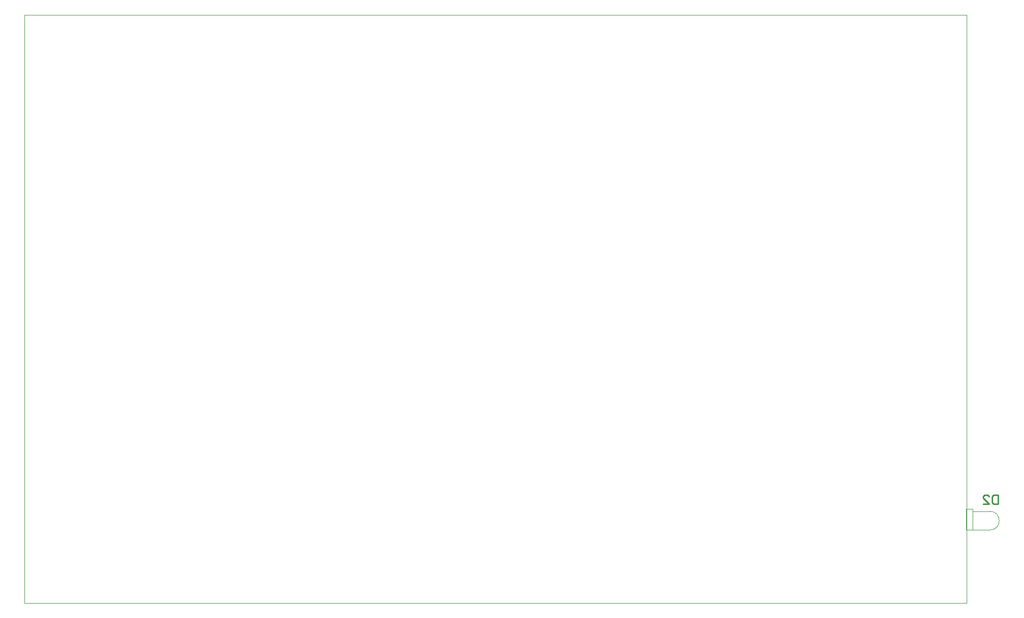
<source format=gbo>
G04*
G04 #@! TF.GenerationSoftware,Altium Limited,Altium Designer,22.6.1 (34)*
G04*
G04 Layer_Color=12240586*
%FSLAX44Y44*%
%MOMM*%
G71*
G04*
G04 #@! TF.SameCoordinates,7EAFA6D0-7FEA-492A-8EC4-A6B53FA9F8CD*
G04*
G04*
G04 #@! TF.FilePolarity,Positive*
G04*
G01*
G75*
%ADD13C,0.1000*%
%ADD15C,0.2540*%
D13*
X1639000Y124000D02*
G03*
X1639000Y156000I0J16000D01*
G01*
X1610000Y124000D02*
Y156000D01*
X1639000D01*
X1610000Y124000D02*
X1639000D01*
X1599000D02*
X1610000D01*
X1599000Y160000D02*
X1610000D01*
Y124000D02*
Y160000D01*
X1599000Y124000D02*
Y160000D01*
X0Y1000000D02*
X1600000D01*
X0Y0D02*
Y1000000D01*
X1600000D02*
X1600000Y0D01*
X0D02*
X1600000D01*
D15*
X1652900Y183251D02*
Y168016D01*
X1645282D01*
X1642743Y170555D01*
Y180712D01*
X1645282Y183251D01*
X1652900D01*
X1627508Y168016D02*
X1637665D01*
X1627508Y178173D01*
Y180712D01*
X1630047Y183251D01*
X1635126D01*
X1637665Y180712D01*
M02*

</source>
